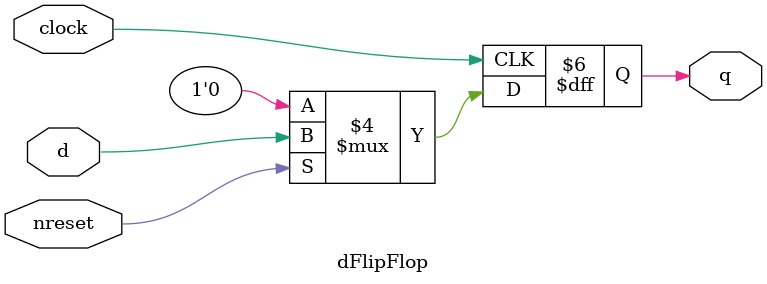
<source format=v>
`timescale 1ns / 1ps


module dFlipFlop(
    output q,
    input clock,
    input nreset,
    input d
    );
    
    reg q;
    
    always @(posedge clock)
    begin
        if (nreset==1)
            q=d;
        else
            q=0;
    end
endmodule

</source>
